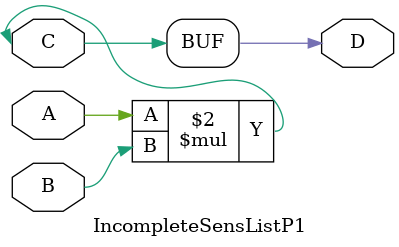
<source format=v>
module IncompleteSensListP1(input wire A,B,C, output reg D);
  always @(A or B)begin
    D = A*B;
  end
  always @(C)begin
    D = C;
  end
endmodule

</source>
